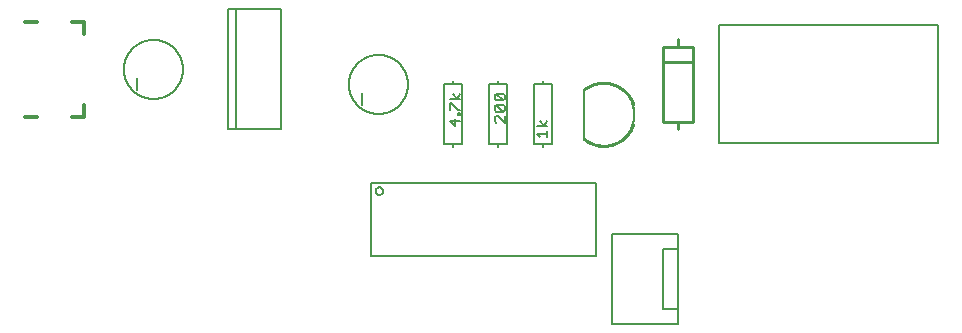
<source format=gto>
G75*
%MOIN*%
%OFA0B0*%
%FSLAX25Y25*%
%IPPOS*%
%LPD*%
%AMOC8*
5,1,8,0,0,1.08239X$1,22.5*
%
%ADD10C,0.00800*%
%ADD11C,0.00500*%
%ADD12C,0.00080*%
%ADD13C,0.00600*%
%ADD14C,0.01200*%
%ADD15C,0.01000*%
D10*
X0128945Y0043795D02*
X0128945Y0068205D01*
X0203748Y0068205D01*
X0203748Y0043795D01*
X0128945Y0043795D01*
X0130456Y0065449D02*
X0130458Y0065519D01*
X0130464Y0065590D01*
X0130474Y0065659D01*
X0130488Y0065728D01*
X0130506Y0065797D01*
X0130527Y0065864D01*
X0130552Y0065930D01*
X0130581Y0065994D01*
X0130614Y0066056D01*
X0130650Y0066117D01*
X0130690Y0066175D01*
X0130732Y0066231D01*
X0130778Y0066285D01*
X0130827Y0066336D01*
X0130878Y0066384D01*
X0130933Y0066429D01*
X0130989Y0066471D01*
X0131048Y0066509D01*
X0131109Y0066544D01*
X0131172Y0066576D01*
X0131237Y0066604D01*
X0131303Y0066629D01*
X0131370Y0066649D01*
X0131439Y0066666D01*
X0131508Y0066679D01*
X0131578Y0066688D01*
X0131648Y0066693D01*
X0131719Y0066694D01*
X0131789Y0066691D01*
X0131859Y0066684D01*
X0131929Y0066673D01*
X0131998Y0066658D01*
X0132066Y0066639D01*
X0132132Y0066617D01*
X0132198Y0066591D01*
X0132262Y0066561D01*
X0132324Y0066527D01*
X0132384Y0066490D01*
X0132441Y0066450D01*
X0132497Y0066406D01*
X0132550Y0066360D01*
X0132600Y0066310D01*
X0132647Y0066258D01*
X0132691Y0066203D01*
X0132732Y0066146D01*
X0132770Y0066087D01*
X0132805Y0066025D01*
X0132835Y0065962D01*
X0132863Y0065897D01*
X0132886Y0065830D01*
X0132906Y0065763D01*
X0132922Y0065694D01*
X0132934Y0065625D01*
X0132942Y0065555D01*
X0132946Y0065484D01*
X0132946Y0065414D01*
X0132942Y0065343D01*
X0132934Y0065273D01*
X0132922Y0065204D01*
X0132906Y0065135D01*
X0132886Y0065068D01*
X0132863Y0065001D01*
X0132835Y0064936D01*
X0132805Y0064873D01*
X0132770Y0064811D01*
X0132732Y0064752D01*
X0132691Y0064695D01*
X0132647Y0064640D01*
X0132600Y0064588D01*
X0132550Y0064538D01*
X0132497Y0064492D01*
X0132441Y0064448D01*
X0132384Y0064408D01*
X0132323Y0064371D01*
X0132262Y0064337D01*
X0132198Y0064307D01*
X0132132Y0064281D01*
X0132066Y0064259D01*
X0131998Y0064240D01*
X0131929Y0064225D01*
X0131859Y0064214D01*
X0131789Y0064207D01*
X0131719Y0064204D01*
X0131648Y0064205D01*
X0131578Y0064210D01*
X0131508Y0064219D01*
X0131439Y0064232D01*
X0131370Y0064249D01*
X0131303Y0064269D01*
X0131237Y0064294D01*
X0131172Y0064322D01*
X0131109Y0064354D01*
X0131048Y0064389D01*
X0130989Y0064427D01*
X0130933Y0064469D01*
X0130878Y0064514D01*
X0130827Y0064562D01*
X0130778Y0064613D01*
X0130732Y0064667D01*
X0130690Y0064723D01*
X0130650Y0064781D01*
X0130614Y0064842D01*
X0130581Y0064904D01*
X0130552Y0064968D01*
X0130527Y0065034D01*
X0130506Y0065101D01*
X0130488Y0065170D01*
X0130474Y0065239D01*
X0130464Y0065308D01*
X0130458Y0065379D01*
X0130456Y0065449D01*
X0156346Y0080000D02*
X0156346Y0081000D01*
X0153346Y0081000D01*
X0153346Y0101000D01*
X0156346Y0101000D01*
X0156346Y0102000D01*
X0156346Y0101000D02*
X0159346Y0101000D01*
X0159346Y0081000D01*
X0156346Y0081000D01*
X0168346Y0081000D02*
X0168346Y0101000D01*
X0171346Y0101000D01*
X0171346Y0102000D01*
X0171346Y0101000D02*
X0174346Y0101000D01*
X0174346Y0081000D01*
X0171346Y0081000D01*
X0171346Y0080000D01*
X0171346Y0081000D02*
X0168346Y0081000D01*
X0183346Y0081000D02*
X0186346Y0081000D01*
X0186346Y0080000D01*
X0186346Y0081000D02*
X0189346Y0081000D01*
X0189346Y0101000D01*
X0186346Y0101000D01*
X0186346Y0102000D01*
X0186346Y0101000D02*
X0183346Y0101000D01*
X0183346Y0081000D01*
X0199846Y0082754D02*
X0199846Y0099246D01*
X0216346Y0093500D02*
X0216403Y0093226D01*
X0216454Y0092951D01*
X0216498Y0092674D01*
X0216535Y0092397D01*
X0216566Y0092118D01*
X0216589Y0091839D01*
X0216606Y0091560D01*
X0216617Y0091280D01*
X0216620Y0091000D01*
X0216617Y0090720D01*
X0216606Y0090440D01*
X0216589Y0090161D01*
X0216566Y0089882D01*
X0216535Y0089603D01*
X0216498Y0089326D01*
X0216454Y0089049D01*
X0216403Y0088774D01*
X0216346Y0088500D01*
X0216281Y0088225D01*
X0216210Y0087952D01*
X0216132Y0087681D01*
X0216047Y0087411D01*
X0215956Y0087144D01*
X0215858Y0086879D01*
X0215754Y0086617D01*
X0215643Y0086357D01*
X0215527Y0086100D01*
X0215403Y0085846D01*
X0215274Y0085595D01*
X0215139Y0085348D01*
X0214997Y0085103D01*
X0214850Y0084863D01*
X0214696Y0084626D01*
X0214537Y0084392D01*
X0214373Y0084163D01*
X0214202Y0083938D01*
X0214027Y0083717D01*
X0213846Y0083500D01*
X0216346Y0088500D02*
X0216403Y0088775D01*
X0216454Y0089052D01*
X0216498Y0089330D01*
X0216536Y0089608D01*
X0216566Y0089888D01*
X0216590Y0090168D01*
X0216607Y0090449D01*
X0216617Y0090730D01*
X0216620Y0091011D01*
X0216616Y0091292D01*
X0216606Y0091573D01*
X0216588Y0091854D01*
X0216564Y0092134D01*
X0216533Y0092413D01*
X0216495Y0092692D01*
X0216450Y0092970D01*
X0216399Y0093246D01*
X0216341Y0093521D01*
X0216276Y0093795D01*
X0216204Y0094067D01*
X0216126Y0094337D01*
X0216042Y0094605D01*
X0215950Y0094871D01*
X0215853Y0095135D01*
X0215749Y0095396D01*
X0215638Y0095655D01*
X0215521Y0095911D01*
X0215398Y0096164D01*
X0215269Y0096413D01*
X0215134Y0096660D01*
X0214993Y0096903D01*
X0214846Y0097143D01*
X0214693Y0097379D01*
X0214535Y0097611D01*
X0214371Y0097840D01*
X0214201Y0098064D01*
X0214026Y0098284D01*
X0213846Y0098500D01*
X0245008Y0081315D02*
X0317843Y0081315D01*
X0317843Y0120685D01*
X0245008Y0120685D01*
X0245008Y0081315D01*
X0121503Y0101000D02*
X0121506Y0101242D01*
X0121515Y0101483D01*
X0121530Y0101724D01*
X0121550Y0101965D01*
X0121577Y0102205D01*
X0121610Y0102444D01*
X0121648Y0102683D01*
X0121692Y0102920D01*
X0121742Y0103157D01*
X0121798Y0103392D01*
X0121860Y0103625D01*
X0121927Y0103857D01*
X0122000Y0104088D01*
X0122078Y0104316D01*
X0122163Y0104542D01*
X0122252Y0104767D01*
X0122347Y0104989D01*
X0122448Y0105208D01*
X0122554Y0105426D01*
X0122665Y0105640D01*
X0122782Y0105852D01*
X0122903Y0106060D01*
X0123030Y0106266D01*
X0123162Y0106468D01*
X0123299Y0106668D01*
X0123440Y0106863D01*
X0123586Y0107056D01*
X0123737Y0107244D01*
X0123893Y0107429D01*
X0124053Y0107610D01*
X0124217Y0107787D01*
X0124386Y0107960D01*
X0124559Y0108129D01*
X0124736Y0108293D01*
X0124917Y0108453D01*
X0125102Y0108609D01*
X0125290Y0108760D01*
X0125483Y0108906D01*
X0125678Y0109047D01*
X0125878Y0109184D01*
X0126080Y0109316D01*
X0126286Y0109443D01*
X0126494Y0109564D01*
X0126706Y0109681D01*
X0126920Y0109792D01*
X0127138Y0109898D01*
X0127357Y0109999D01*
X0127579Y0110094D01*
X0127804Y0110183D01*
X0128030Y0110268D01*
X0128258Y0110346D01*
X0128489Y0110419D01*
X0128721Y0110486D01*
X0128954Y0110548D01*
X0129189Y0110604D01*
X0129426Y0110654D01*
X0129663Y0110698D01*
X0129902Y0110736D01*
X0130141Y0110769D01*
X0130381Y0110796D01*
X0130622Y0110816D01*
X0130863Y0110831D01*
X0131104Y0110840D01*
X0131346Y0110843D01*
X0131588Y0110840D01*
X0131829Y0110831D01*
X0132070Y0110816D01*
X0132311Y0110796D01*
X0132551Y0110769D01*
X0132790Y0110736D01*
X0133029Y0110698D01*
X0133266Y0110654D01*
X0133503Y0110604D01*
X0133738Y0110548D01*
X0133971Y0110486D01*
X0134203Y0110419D01*
X0134434Y0110346D01*
X0134662Y0110268D01*
X0134888Y0110183D01*
X0135113Y0110094D01*
X0135335Y0109999D01*
X0135554Y0109898D01*
X0135772Y0109792D01*
X0135986Y0109681D01*
X0136198Y0109564D01*
X0136406Y0109443D01*
X0136612Y0109316D01*
X0136814Y0109184D01*
X0137014Y0109047D01*
X0137209Y0108906D01*
X0137402Y0108760D01*
X0137590Y0108609D01*
X0137775Y0108453D01*
X0137956Y0108293D01*
X0138133Y0108129D01*
X0138306Y0107960D01*
X0138475Y0107787D01*
X0138639Y0107610D01*
X0138799Y0107429D01*
X0138955Y0107244D01*
X0139106Y0107056D01*
X0139252Y0106863D01*
X0139393Y0106668D01*
X0139530Y0106468D01*
X0139662Y0106266D01*
X0139789Y0106060D01*
X0139910Y0105852D01*
X0140027Y0105640D01*
X0140138Y0105426D01*
X0140244Y0105208D01*
X0140345Y0104989D01*
X0140440Y0104767D01*
X0140529Y0104542D01*
X0140614Y0104316D01*
X0140692Y0104088D01*
X0140765Y0103857D01*
X0140832Y0103625D01*
X0140894Y0103392D01*
X0140950Y0103157D01*
X0141000Y0102920D01*
X0141044Y0102683D01*
X0141082Y0102444D01*
X0141115Y0102205D01*
X0141142Y0101965D01*
X0141162Y0101724D01*
X0141177Y0101483D01*
X0141186Y0101242D01*
X0141189Y0101000D01*
X0141186Y0100758D01*
X0141177Y0100517D01*
X0141162Y0100276D01*
X0141142Y0100035D01*
X0141115Y0099795D01*
X0141082Y0099556D01*
X0141044Y0099317D01*
X0141000Y0099080D01*
X0140950Y0098843D01*
X0140894Y0098608D01*
X0140832Y0098375D01*
X0140765Y0098143D01*
X0140692Y0097912D01*
X0140614Y0097684D01*
X0140529Y0097458D01*
X0140440Y0097233D01*
X0140345Y0097011D01*
X0140244Y0096792D01*
X0140138Y0096574D01*
X0140027Y0096360D01*
X0139910Y0096148D01*
X0139789Y0095940D01*
X0139662Y0095734D01*
X0139530Y0095532D01*
X0139393Y0095332D01*
X0139252Y0095137D01*
X0139106Y0094944D01*
X0138955Y0094756D01*
X0138799Y0094571D01*
X0138639Y0094390D01*
X0138475Y0094213D01*
X0138306Y0094040D01*
X0138133Y0093871D01*
X0137956Y0093707D01*
X0137775Y0093547D01*
X0137590Y0093391D01*
X0137402Y0093240D01*
X0137209Y0093094D01*
X0137014Y0092953D01*
X0136814Y0092816D01*
X0136612Y0092684D01*
X0136406Y0092557D01*
X0136198Y0092436D01*
X0135986Y0092319D01*
X0135772Y0092208D01*
X0135554Y0092102D01*
X0135335Y0092001D01*
X0135113Y0091906D01*
X0134888Y0091817D01*
X0134662Y0091732D01*
X0134434Y0091654D01*
X0134203Y0091581D01*
X0133971Y0091514D01*
X0133738Y0091452D01*
X0133503Y0091396D01*
X0133266Y0091346D01*
X0133029Y0091302D01*
X0132790Y0091264D01*
X0132551Y0091231D01*
X0132311Y0091204D01*
X0132070Y0091184D01*
X0131829Y0091169D01*
X0131588Y0091160D01*
X0131346Y0091157D01*
X0131104Y0091160D01*
X0130863Y0091169D01*
X0130622Y0091184D01*
X0130381Y0091204D01*
X0130141Y0091231D01*
X0129902Y0091264D01*
X0129663Y0091302D01*
X0129426Y0091346D01*
X0129189Y0091396D01*
X0128954Y0091452D01*
X0128721Y0091514D01*
X0128489Y0091581D01*
X0128258Y0091654D01*
X0128030Y0091732D01*
X0127804Y0091817D01*
X0127579Y0091906D01*
X0127357Y0092001D01*
X0127138Y0092102D01*
X0126920Y0092208D01*
X0126706Y0092319D01*
X0126494Y0092436D01*
X0126286Y0092557D01*
X0126080Y0092684D01*
X0125878Y0092816D01*
X0125678Y0092953D01*
X0125483Y0093094D01*
X0125290Y0093240D01*
X0125102Y0093391D01*
X0124917Y0093547D01*
X0124736Y0093707D01*
X0124559Y0093871D01*
X0124386Y0094040D01*
X0124217Y0094213D01*
X0124053Y0094390D01*
X0123893Y0094571D01*
X0123737Y0094756D01*
X0123586Y0094944D01*
X0123440Y0095137D01*
X0123299Y0095332D01*
X0123162Y0095532D01*
X0123030Y0095734D01*
X0122903Y0095940D01*
X0122782Y0096148D01*
X0122665Y0096360D01*
X0122554Y0096574D01*
X0122448Y0096792D01*
X0122347Y0097011D01*
X0122252Y0097233D01*
X0122163Y0097458D01*
X0122078Y0097684D01*
X0122000Y0097912D01*
X0121927Y0098143D01*
X0121860Y0098375D01*
X0121798Y0098608D01*
X0121742Y0098843D01*
X0121692Y0099080D01*
X0121648Y0099317D01*
X0121610Y0099556D01*
X0121577Y0099795D01*
X0121550Y0100035D01*
X0121530Y0100276D01*
X0121515Y0100517D01*
X0121506Y0100758D01*
X0121503Y0101000D01*
X0125846Y0098000D02*
X0125846Y0094000D01*
X0098846Y0086000D02*
X0083846Y0086000D01*
X0083846Y0126000D01*
X0098846Y0126000D01*
X0098846Y0086000D01*
X0083846Y0086000D02*
X0081346Y0086000D01*
X0081346Y0126000D01*
X0083846Y0126000D01*
X0046503Y0106000D02*
X0046506Y0106242D01*
X0046515Y0106483D01*
X0046530Y0106724D01*
X0046550Y0106965D01*
X0046577Y0107205D01*
X0046610Y0107444D01*
X0046648Y0107683D01*
X0046692Y0107920D01*
X0046742Y0108157D01*
X0046798Y0108392D01*
X0046860Y0108625D01*
X0046927Y0108857D01*
X0047000Y0109088D01*
X0047078Y0109316D01*
X0047163Y0109542D01*
X0047252Y0109767D01*
X0047347Y0109989D01*
X0047448Y0110208D01*
X0047554Y0110426D01*
X0047665Y0110640D01*
X0047782Y0110852D01*
X0047903Y0111060D01*
X0048030Y0111266D01*
X0048162Y0111468D01*
X0048299Y0111668D01*
X0048440Y0111863D01*
X0048586Y0112056D01*
X0048737Y0112244D01*
X0048893Y0112429D01*
X0049053Y0112610D01*
X0049217Y0112787D01*
X0049386Y0112960D01*
X0049559Y0113129D01*
X0049736Y0113293D01*
X0049917Y0113453D01*
X0050102Y0113609D01*
X0050290Y0113760D01*
X0050483Y0113906D01*
X0050678Y0114047D01*
X0050878Y0114184D01*
X0051080Y0114316D01*
X0051286Y0114443D01*
X0051494Y0114564D01*
X0051706Y0114681D01*
X0051920Y0114792D01*
X0052138Y0114898D01*
X0052357Y0114999D01*
X0052579Y0115094D01*
X0052804Y0115183D01*
X0053030Y0115268D01*
X0053258Y0115346D01*
X0053489Y0115419D01*
X0053721Y0115486D01*
X0053954Y0115548D01*
X0054189Y0115604D01*
X0054426Y0115654D01*
X0054663Y0115698D01*
X0054902Y0115736D01*
X0055141Y0115769D01*
X0055381Y0115796D01*
X0055622Y0115816D01*
X0055863Y0115831D01*
X0056104Y0115840D01*
X0056346Y0115843D01*
X0056588Y0115840D01*
X0056829Y0115831D01*
X0057070Y0115816D01*
X0057311Y0115796D01*
X0057551Y0115769D01*
X0057790Y0115736D01*
X0058029Y0115698D01*
X0058266Y0115654D01*
X0058503Y0115604D01*
X0058738Y0115548D01*
X0058971Y0115486D01*
X0059203Y0115419D01*
X0059434Y0115346D01*
X0059662Y0115268D01*
X0059888Y0115183D01*
X0060113Y0115094D01*
X0060335Y0114999D01*
X0060554Y0114898D01*
X0060772Y0114792D01*
X0060986Y0114681D01*
X0061198Y0114564D01*
X0061406Y0114443D01*
X0061612Y0114316D01*
X0061814Y0114184D01*
X0062014Y0114047D01*
X0062209Y0113906D01*
X0062402Y0113760D01*
X0062590Y0113609D01*
X0062775Y0113453D01*
X0062956Y0113293D01*
X0063133Y0113129D01*
X0063306Y0112960D01*
X0063475Y0112787D01*
X0063639Y0112610D01*
X0063799Y0112429D01*
X0063955Y0112244D01*
X0064106Y0112056D01*
X0064252Y0111863D01*
X0064393Y0111668D01*
X0064530Y0111468D01*
X0064662Y0111266D01*
X0064789Y0111060D01*
X0064910Y0110852D01*
X0065027Y0110640D01*
X0065138Y0110426D01*
X0065244Y0110208D01*
X0065345Y0109989D01*
X0065440Y0109767D01*
X0065529Y0109542D01*
X0065614Y0109316D01*
X0065692Y0109088D01*
X0065765Y0108857D01*
X0065832Y0108625D01*
X0065894Y0108392D01*
X0065950Y0108157D01*
X0066000Y0107920D01*
X0066044Y0107683D01*
X0066082Y0107444D01*
X0066115Y0107205D01*
X0066142Y0106965D01*
X0066162Y0106724D01*
X0066177Y0106483D01*
X0066186Y0106242D01*
X0066189Y0106000D01*
X0066186Y0105758D01*
X0066177Y0105517D01*
X0066162Y0105276D01*
X0066142Y0105035D01*
X0066115Y0104795D01*
X0066082Y0104556D01*
X0066044Y0104317D01*
X0066000Y0104080D01*
X0065950Y0103843D01*
X0065894Y0103608D01*
X0065832Y0103375D01*
X0065765Y0103143D01*
X0065692Y0102912D01*
X0065614Y0102684D01*
X0065529Y0102458D01*
X0065440Y0102233D01*
X0065345Y0102011D01*
X0065244Y0101792D01*
X0065138Y0101574D01*
X0065027Y0101360D01*
X0064910Y0101148D01*
X0064789Y0100940D01*
X0064662Y0100734D01*
X0064530Y0100532D01*
X0064393Y0100332D01*
X0064252Y0100137D01*
X0064106Y0099944D01*
X0063955Y0099756D01*
X0063799Y0099571D01*
X0063639Y0099390D01*
X0063475Y0099213D01*
X0063306Y0099040D01*
X0063133Y0098871D01*
X0062956Y0098707D01*
X0062775Y0098547D01*
X0062590Y0098391D01*
X0062402Y0098240D01*
X0062209Y0098094D01*
X0062014Y0097953D01*
X0061814Y0097816D01*
X0061612Y0097684D01*
X0061406Y0097557D01*
X0061198Y0097436D01*
X0060986Y0097319D01*
X0060772Y0097208D01*
X0060554Y0097102D01*
X0060335Y0097001D01*
X0060113Y0096906D01*
X0059888Y0096817D01*
X0059662Y0096732D01*
X0059434Y0096654D01*
X0059203Y0096581D01*
X0058971Y0096514D01*
X0058738Y0096452D01*
X0058503Y0096396D01*
X0058266Y0096346D01*
X0058029Y0096302D01*
X0057790Y0096264D01*
X0057551Y0096231D01*
X0057311Y0096204D01*
X0057070Y0096184D01*
X0056829Y0096169D01*
X0056588Y0096160D01*
X0056346Y0096157D01*
X0056104Y0096160D01*
X0055863Y0096169D01*
X0055622Y0096184D01*
X0055381Y0096204D01*
X0055141Y0096231D01*
X0054902Y0096264D01*
X0054663Y0096302D01*
X0054426Y0096346D01*
X0054189Y0096396D01*
X0053954Y0096452D01*
X0053721Y0096514D01*
X0053489Y0096581D01*
X0053258Y0096654D01*
X0053030Y0096732D01*
X0052804Y0096817D01*
X0052579Y0096906D01*
X0052357Y0097001D01*
X0052138Y0097102D01*
X0051920Y0097208D01*
X0051706Y0097319D01*
X0051494Y0097436D01*
X0051286Y0097557D01*
X0051080Y0097684D01*
X0050878Y0097816D01*
X0050678Y0097953D01*
X0050483Y0098094D01*
X0050290Y0098240D01*
X0050102Y0098391D01*
X0049917Y0098547D01*
X0049736Y0098707D01*
X0049559Y0098871D01*
X0049386Y0099040D01*
X0049217Y0099213D01*
X0049053Y0099390D01*
X0048893Y0099571D01*
X0048737Y0099756D01*
X0048586Y0099944D01*
X0048440Y0100137D01*
X0048299Y0100332D01*
X0048162Y0100532D01*
X0048030Y0100734D01*
X0047903Y0100940D01*
X0047782Y0101148D01*
X0047665Y0101360D01*
X0047554Y0101574D01*
X0047448Y0101792D01*
X0047347Y0102011D01*
X0047252Y0102233D01*
X0047163Y0102458D01*
X0047078Y0102684D01*
X0047000Y0102912D01*
X0046927Y0103143D01*
X0046860Y0103375D01*
X0046798Y0103608D01*
X0046742Y0103843D01*
X0046692Y0104080D01*
X0046648Y0104317D01*
X0046610Y0104556D01*
X0046577Y0104795D01*
X0046550Y0105035D01*
X0046530Y0105276D01*
X0046515Y0105517D01*
X0046506Y0105758D01*
X0046503Y0106000D01*
X0050846Y0103000D02*
X0050846Y0099000D01*
D11*
X0209346Y0051000D02*
X0209346Y0021000D01*
X0231346Y0021000D01*
X0231346Y0026000D01*
X0226346Y0026000D01*
X0226346Y0046000D01*
X0231346Y0046000D01*
X0231346Y0026000D01*
X0231346Y0046000D02*
X0231346Y0051000D01*
X0209346Y0051000D01*
D12*
X0199655Y0082447D02*
X0200101Y0083012D01*
X0200100Y0083012D02*
X0200297Y0082862D01*
X0200498Y0082716D01*
X0200702Y0082576D01*
X0200910Y0082440D01*
X0201121Y0082310D01*
X0201335Y0082185D01*
X0201552Y0082065D01*
X0201772Y0081950D01*
X0201994Y0081841D01*
X0202219Y0081738D01*
X0202447Y0081640D01*
X0202677Y0081547D01*
X0202909Y0081460D01*
X0203143Y0081379D01*
X0203379Y0081304D01*
X0203617Y0081234D01*
X0203857Y0081170D01*
X0204098Y0081112D01*
X0204340Y0081060D01*
X0204584Y0081014D01*
X0204828Y0080974D01*
X0205074Y0080940D01*
X0205320Y0080912D01*
X0205567Y0080890D01*
X0205814Y0080874D01*
X0206062Y0080864D01*
X0206310Y0080860D01*
X0206558Y0080862D01*
X0206805Y0080870D01*
X0207053Y0080885D01*
X0207300Y0080905D01*
X0207546Y0080931D01*
X0207792Y0080964D01*
X0208037Y0081002D01*
X0208281Y0081046D01*
X0208524Y0081097D01*
X0208765Y0081153D01*
X0209005Y0081215D01*
X0209243Y0081283D01*
X0209480Y0081356D01*
X0209715Y0081436D01*
X0209948Y0081521D01*
X0210178Y0081612D01*
X0210406Y0081708D01*
X0210632Y0081811D01*
X0210856Y0081918D01*
X0211076Y0082031D01*
X0211294Y0082149D01*
X0211509Y0082273D01*
X0211721Y0082402D01*
X0211929Y0082536D01*
X0212135Y0082675D01*
X0212336Y0082819D01*
X0212534Y0082967D01*
X0212729Y0083121D01*
X0212920Y0083279D01*
X0213106Y0083442D01*
X0213289Y0083610D01*
X0213468Y0083782D01*
X0213642Y0083958D01*
X0213812Y0084139D01*
X0213977Y0084323D01*
X0214138Y0084512D01*
X0214295Y0084704D01*
X0214446Y0084900D01*
X0214593Y0085100D01*
X0214735Y0085303D01*
X0214871Y0085510D01*
X0215003Y0085720D01*
X0215129Y0085933D01*
X0215251Y0086149D01*
X0215366Y0086369D01*
X0215477Y0086590D01*
X0215582Y0086815D01*
X0215682Y0087042D01*
X0215776Y0087271D01*
X0215864Y0087503D01*
X0215947Y0087737D01*
X0216023Y0087972D01*
X0216711Y0087760D01*
X0216629Y0087507D01*
X0216541Y0087257D01*
X0216446Y0087009D01*
X0216345Y0086763D01*
X0216239Y0086520D01*
X0216126Y0086279D01*
X0216008Y0086042D01*
X0215884Y0085807D01*
X0215754Y0085575D01*
X0215619Y0085347D01*
X0215478Y0085122D01*
X0215331Y0084900D01*
X0215179Y0084683D01*
X0215022Y0084469D01*
X0214860Y0084258D01*
X0214693Y0084052D01*
X0214520Y0083850D01*
X0214343Y0083652D01*
X0214161Y0083459D01*
X0213974Y0083270D01*
X0213783Y0083086D01*
X0213587Y0082907D01*
X0213387Y0082732D01*
X0213183Y0082562D01*
X0212975Y0082398D01*
X0212762Y0082238D01*
X0212546Y0082084D01*
X0212326Y0081935D01*
X0212103Y0081792D01*
X0211876Y0081654D01*
X0211646Y0081521D01*
X0211413Y0081394D01*
X0211176Y0081273D01*
X0210937Y0081158D01*
X0210695Y0081049D01*
X0210450Y0080945D01*
X0210203Y0080848D01*
X0209954Y0080757D01*
X0209703Y0080672D01*
X0209449Y0080593D01*
X0209194Y0080520D01*
X0208937Y0080454D01*
X0208678Y0080393D01*
X0208418Y0080339D01*
X0208157Y0080292D01*
X0207894Y0080251D01*
X0207631Y0080216D01*
X0207367Y0080188D01*
X0207102Y0080166D01*
X0206837Y0080151D01*
X0206572Y0080142D01*
X0206306Y0080140D01*
X0206041Y0080144D01*
X0205775Y0080155D01*
X0205511Y0080172D01*
X0205246Y0080196D01*
X0204982Y0080226D01*
X0204719Y0080263D01*
X0204457Y0080306D01*
X0204196Y0080355D01*
X0203937Y0080411D01*
X0203678Y0080473D01*
X0203422Y0080541D01*
X0203167Y0080616D01*
X0202914Y0080697D01*
X0202663Y0080784D01*
X0202415Y0080877D01*
X0202168Y0080976D01*
X0201924Y0081081D01*
X0201683Y0081192D01*
X0201445Y0081309D01*
X0201209Y0081432D01*
X0200977Y0081560D01*
X0200748Y0081694D01*
X0200522Y0081834D01*
X0200299Y0081979D01*
X0200081Y0082130D01*
X0199866Y0082285D01*
X0199655Y0082446D01*
X0199701Y0082505D01*
X0199911Y0082345D01*
X0200124Y0082191D01*
X0200341Y0082041D01*
X0200562Y0081897D01*
X0200787Y0081758D01*
X0201014Y0081625D01*
X0201245Y0081498D01*
X0201479Y0081376D01*
X0201716Y0081260D01*
X0201955Y0081149D01*
X0202197Y0081045D01*
X0202442Y0080946D01*
X0202689Y0080854D01*
X0202938Y0080768D01*
X0203189Y0080687D01*
X0203442Y0080613D01*
X0203697Y0080545D01*
X0203953Y0080484D01*
X0204211Y0080428D01*
X0204470Y0080379D01*
X0204731Y0080337D01*
X0204992Y0080300D01*
X0205254Y0080270D01*
X0205516Y0080247D01*
X0205780Y0080230D01*
X0206043Y0080219D01*
X0206307Y0080215D01*
X0206570Y0080217D01*
X0206834Y0080226D01*
X0207097Y0080241D01*
X0207360Y0080263D01*
X0207622Y0080291D01*
X0207884Y0080325D01*
X0208144Y0080366D01*
X0208404Y0080413D01*
X0208662Y0080467D01*
X0208919Y0080526D01*
X0209174Y0080592D01*
X0209428Y0080665D01*
X0209679Y0080743D01*
X0209929Y0080828D01*
X0210177Y0080918D01*
X0210422Y0081015D01*
X0210665Y0081118D01*
X0210905Y0081226D01*
X0211143Y0081341D01*
X0211378Y0081461D01*
X0211609Y0081587D01*
X0211838Y0081718D01*
X0212063Y0081855D01*
X0212285Y0081998D01*
X0212503Y0082145D01*
X0212718Y0082299D01*
X0212929Y0082457D01*
X0213136Y0082621D01*
X0213339Y0082789D01*
X0213537Y0082962D01*
X0213732Y0083141D01*
X0213922Y0083324D01*
X0214107Y0083511D01*
X0214288Y0083703D01*
X0214464Y0083899D01*
X0214635Y0084100D01*
X0214801Y0084305D01*
X0214962Y0084513D01*
X0215118Y0084726D01*
X0215269Y0084942D01*
X0215415Y0085162D01*
X0215555Y0085386D01*
X0215689Y0085613D01*
X0215818Y0085843D01*
X0215941Y0086076D01*
X0216059Y0086312D01*
X0216170Y0086551D01*
X0216276Y0086792D01*
X0216376Y0087036D01*
X0216470Y0087283D01*
X0216558Y0087531D01*
X0216640Y0087782D01*
X0216568Y0087804D01*
X0216487Y0087555D01*
X0216400Y0087308D01*
X0216306Y0087064D01*
X0216207Y0086821D01*
X0216102Y0086581D01*
X0215991Y0086344D01*
X0215874Y0086110D01*
X0215752Y0085878D01*
X0215624Y0085650D01*
X0215490Y0085425D01*
X0215351Y0085203D01*
X0215207Y0084984D01*
X0215057Y0084770D01*
X0214902Y0084558D01*
X0214742Y0084351D01*
X0214577Y0084148D01*
X0214407Y0083949D01*
X0214232Y0083754D01*
X0214053Y0083563D01*
X0213869Y0083377D01*
X0213680Y0083195D01*
X0213487Y0083018D01*
X0213290Y0082846D01*
X0213088Y0082679D01*
X0212883Y0082516D01*
X0212674Y0082359D01*
X0212461Y0082207D01*
X0212244Y0082060D01*
X0212023Y0081919D01*
X0211800Y0081783D01*
X0211573Y0081652D01*
X0211343Y0081527D01*
X0211110Y0081408D01*
X0210874Y0081294D01*
X0210635Y0081186D01*
X0210394Y0081084D01*
X0210150Y0080988D01*
X0209904Y0080898D01*
X0209656Y0080814D01*
X0209406Y0080736D01*
X0209154Y0080665D01*
X0208901Y0080599D01*
X0208646Y0080540D01*
X0208389Y0080487D01*
X0208132Y0080440D01*
X0207873Y0080399D01*
X0207613Y0080365D01*
X0207353Y0080337D01*
X0207092Y0080316D01*
X0206831Y0080301D01*
X0206569Y0080292D01*
X0206307Y0080290D01*
X0206045Y0080294D01*
X0205784Y0080305D01*
X0205522Y0080322D01*
X0205261Y0080345D01*
X0205001Y0080375D01*
X0204742Y0080411D01*
X0204484Y0080453D01*
X0204226Y0080502D01*
X0203970Y0080557D01*
X0203716Y0080618D01*
X0203463Y0080685D01*
X0203211Y0080759D01*
X0202962Y0080839D01*
X0202714Y0080925D01*
X0202469Y0081016D01*
X0202226Y0081114D01*
X0201986Y0081218D01*
X0201748Y0081327D01*
X0201513Y0081443D01*
X0201281Y0081564D01*
X0201051Y0081690D01*
X0200825Y0081822D01*
X0200603Y0081960D01*
X0200383Y0082103D01*
X0200168Y0082252D01*
X0199956Y0082405D01*
X0199747Y0082564D01*
X0199794Y0082623D01*
X0200001Y0082465D01*
X0200211Y0082313D01*
X0200425Y0082165D01*
X0200643Y0082023D01*
X0200864Y0081887D01*
X0201089Y0081755D01*
X0201316Y0081630D01*
X0201547Y0081509D01*
X0201780Y0081395D01*
X0202017Y0081286D01*
X0202255Y0081183D01*
X0202496Y0081086D01*
X0202740Y0080995D01*
X0202986Y0080910D01*
X0203233Y0080831D01*
X0203483Y0080758D01*
X0203734Y0080691D01*
X0203987Y0080630D01*
X0204241Y0080575D01*
X0204497Y0080527D01*
X0204753Y0080485D01*
X0205011Y0080449D01*
X0205269Y0080420D01*
X0205528Y0080396D01*
X0205788Y0080380D01*
X0206047Y0080369D01*
X0206307Y0080365D01*
X0206567Y0080367D01*
X0206827Y0080376D01*
X0207087Y0080391D01*
X0207346Y0080412D01*
X0207605Y0080440D01*
X0207862Y0080474D01*
X0208119Y0080514D01*
X0208375Y0080560D01*
X0208630Y0080613D01*
X0208883Y0080672D01*
X0209135Y0080737D01*
X0209385Y0080808D01*
X0209633Y0080886D01*
X0209879Y0080969D01*
X0210123Y0081058D01*
X0210365Y0081154D01*
X0210605Y0081255D01*
X0210842Y0081362D01*
X0211076Y0081475D01*
X0211308Y0081593D01*
X0211536Y0081717D01*
X0211761Y0081847D01*
X0211984Y0081982D01*
X0212202Y0082123D01*
X0212418Y0082269D01*
X0212629Y0082420D01*
X0212837Y0082576D01*
X0213041Y0082737D01*
X0213241Y0082903D01*
X0213437Y0083074D01*
X0213629Y0083250D01*
X0213816Y0083430D01*
X0213999Y0083615D01*
X0214177Y0083804D01*
X0214351Y0083998D01*
X0214519Y0084196D01*
X0214683Y0084398D01*
X0214842Y0084603D01*
X0214996Y0084813D01*
X0215145Y0085026D01*
X0215288Y0085243D01*
X0215426Y0085464D01*
X0215559Y0085687D01*
X0215686Y0085914D01*
X0215808Y0086144D01*
X0215923Y0086377D01*
X0216034Y0086612D01*
X0216138Y0086850D01*
X0216237Y0087091D01*
X0216329Y0087334D01*
X0216416Y0087579D01*
X0216496Y0087826D01*
X0216425Y0087848D01*
X0216345Y0087603D01*
X0216259Y0087360D01*
X0216167Y0087118D01*
X0216069Y0086879D01*
X0215965Y0086643D01*
X0215856Y0086409D01*
X0215741Y0086178D01*
X0215620Y0085950D01*
X0215494Y0085724D01*
X0215362Y0085502D01*
X0215225Y0085284D01*
X0215083Y0085068D01*
X0214935Y0084857D01*
X0214782Y0084648D01*
X0214624Y0084444D01*
X0214462Y0084244D01*
X0214294Y0084047D01*
X0214122Y0083855D01*
X0213945Y0083667D01*
X0213763Y0083483D01*
X0213577Y0083304D01*
X0213387Y0083130D01*
X0213192Y0082960D01*
X0212994Y0082795D01*
X0212791Y0082635D01*
X0212585Y0082480D01*
X0212375Y0082330D01*
X0212161Y0082185D01*
X0211944Y0082046D01*
X0211723Y0081912D01*
X0211499Y0081783D01*
X0211273Y0081660D01*
X0211043Y0081542D01*
X0210810Y0081430D01*
X0210575Y0081324D01*
X0210337Y0081223D01*
X0210097Y0081129D01*
X0209854Y0081040D01*
X0209610Y0080957D01*
X0209363Y0080880D01*
X0209115Y0080810D01*
X0208865Y0080745D01*
X0208614Y0080686D01*
X0208361Y0080634D01*
X0208107Y0080588D01*
X0207852Y0080548D01*
X0207596Y0080514D01*
X0207339Y0080487D01*
X0207082Y0080466D01*
X0206824Y0080451D01*
X0206566Y0080442D01*
X0206308Y0080440D01*
X0206050Y0080444D01*
X0205792Y0080455D01*
X0205534Y0080471D01*
X0205277Y0080494D01*
X0205020Y0080524D01*
X0204765Y0080559D01*
X0204510Y0080601D01*
X0204256Y0080649D01*
X0204004Y0080703D01*
X0203753Y0080763D01*
X0203503Y0080830D01*
X0203255Y0080902D01*
X0203010Y0080981D01*
X0202766Y0081065D01*
X0202524Y0081156D01*
X0202284Y0081252D01*
X0202047Y0081355D01*
X0201813Y0081463D01*
X0201581Y0081576D01*
X0201352Y0081696D01*
X0201126Y0081820D01*
X0200903Y0081951D01*
X0200684Y0082087D01*
X0200467Y0082228D01*
X0200255Y0082374D01*
X0200046Y0082525D01*
X0199840Y0082682D01*
X0199887Y0082741D01*
X0200091Y0082585D01*
X0200298Y0082435D01*
X0200509Y0082290D01*
X0200724Y0082150D01*
X0200942Y0082015D01*
X0201163Y0081885D01*
X0201388Y0081762D01*
X0201615Y0081643D01*
X0201845Y0081530D01*
X0202078Y0081423D01*
X0202313Y0081322D01*
X0202551Y0081226D01*
X0202791Y0081136D01*
X0203033Y0081052D01*
X0203278Y0080974D01*
X0203524Y0080902D01*
X0203771Y0080836D01*
X0204021Y0080776D01*
X0204271Y0080722D01*
X0204523Y0080675D01*
X0204776Y0080633D01*
X0205030Y0080598D01*
X0205285Y0080569D01*
X0205540Y0080546D01*
X0205796Y0080529D01*
X0206052Y0080519D01*
X0206308Y0080515D01*
X0206564Y0080517D01*
X0206821Y0080526D01*
X0207077Y0080540D01*
X0207332Y0080561D01*
X0207587Y0080589D01*
X0207841Y0080622D01*
X0208094Y0080662D01*
X0208347Y0080708D01*
X0208598Y0080760D01*
X0208847Y0080818D01*
X0209095Y0080882D01*
X0209342Y0080952D01*
X0209587Y0081028D01*
X0209829Y0081111D01*
X0210070Y0081199D01*
X0210309Y0081293D01*
X0210545Y0081392D01*
X0210778Y0081498D01*
X0211009Y0081609D01*
X0211237Y0081726D01*
X0211463Y0081848D01*
X0211685Y0081976D01*
X0211904Y0082109D01*
X0212120Y0082248D01*
X0212332Y0082392D01*
X0212541Y0082540D01*
X0212745Y0082694D01*
X0212947Y0082853D01*
X0213144Y0083017D01*
X0213337Y0083186D01*
X0213526Y0083359D01*
X0213710Y0083537D01*
X0213891Y0083719D01*
X0214066Y0083906D01*
X0214238Y0084096D01*
X0214404Y0084291D01*
X0214566Y0084490D01*
X0214722Y0084693D01*
X0214874Y0084900D01*
X0215020Y0085110D01*
X0215162Y0085324D01*
X0215298Y0085541D01*
X0215429Y0085762D01*
X0215554Y0085985D01*
X0215674Y0086212D01*
X0215788Y0086441D01*
X0215897Y0086674D01*
X0216000Y0086908D01*
X0216097Y0087146D01*
X0216188Y0087385D01*
X0216274Y0087627D01*
X0216353Y0087871D01*
X0216281Y0087893D01*
X0216202Y0087651D01*
X0216118Y0087411D01*
X0216027Y0087173D01*
X0215931Y0086937D01*
X0215828Y0086704D01*
X0215721Y0086474D01*
X0215607Y0086246D01*
X0215488Y0086021D01*
X0215364Y0085799D01*
X0215234Y0085580D01*
X0215099Y0085365D01*
X0214958Y0085152D01*
X0214813Y0084943D01*
X0214662Y0084738D01*
X0214507Y0084537D01*
X0214346Y0084339D01*
X0214181Y0084146D01*
X0214011Y0083956D01*
X0213837Y0083771D01*
X0213658Y0083590D01*
X0213474Y0083414D01*
X0213287Y0083242D01*
X0213095Y0083074D01*
X0212899Y0082912D01*
X0212700Y0082754D01*
X0212496Y0082601D01*
X0212289Y0082453D01*
X0212078Y0082310D01*
X0211864Y0082173D01*
X0211647Y0082041D01*
X0211426Y0081914D01*
X0211202Y0081792D01*
X0210976Y0081676D01*
X0210747Y0081566D01*
X0210515Y0081461D01*
X0210280Y0081362D01*
X0210043Y0081269D01*
X0209804Y0081181D01*
X0209563Y0081100D01*
X0209320Y0081024D01*
X0209076Y0080954D01*
X0208829Y0080891D01*
X0208581Y0080833D01*
X0208332Y0080781D01*
X0208082Y0080736D01*
X0207830Y0080696D01*
X0207578Y0080663D01*
X0207325Y0080636D01*
X0207071Y0080615D01*
X0206817Y0080601D01*
X0206563Y0080592D01*
X0206308Y0080590D01*
X0206054Y0080594D01*
X0205800Y0080604D01*
X0205546Y0080621D01*
X0205292Y0080643D01*
X0205039Y0080672D01*
X0204787Y0080707D01*
X0204536Y0080749D01*
X0204286Y0080796D01*
X0204037Y0080849D01*
X0203790Y0080909D01*
X0203544Y0080974D01*
X0203300Y0081046D01*
X0203057Y0081123D01*
X0202817Y0081206D01*
X0202578Y0081296D01*
X0202342Y0081391D01*
X0202109Y0081491D01*
X0201878Y0081598D01*
X0201649Y0081710D01*
X0201423Y0081827D01*
X0201201Y0081951D01*
X0200981Y0082079D01*
X0200764Y0082213D01*
X0200551Y0082352D01*
X0200342Y0082496D01*
X0200136Y0082645D01*
X0199933Y0082800D01*
X0199980Y0082859D01*
X0200180Y0082706D01*
X0200385Y0082557D01*
X0200593Y0082414D01*
X0200805Y0082276D01*
X0201020Y0082143D01*
X0201238Y0082016D01*
X0201459Y0081893D01*
X0201683Y0081777D01*
X0201910Y0081665D01*
X0202139Y0081560D01*
X0202371Y0081460D01*
X0202606Y0081366D01*
X0202842Y0081277D01*
X0203081Y0081194D01*
X0203322Y0081117D01*
X0203564Y0081046D01*
X0203808Y0080981D01*
X0204054Y0080922D01*
X0204301Y0080869D01*
X0204549Y0080822D01*
X0204799Y0080781D01*
X0205049Y0080747D01*
X0205300Y0080718D01*
X0205552Y0080696D01*
X0205804Y0080679D01*
X0206056Y0080669D01*
X0206309Y0080665D01*
X0206561Y0080667D01*
X0206814Y0080676D01*
X0207066Y0080690D01*
X0207318Y0080711D01*
X0207569Y0080738D01*
X0207820Y0080771D01*
X0208069Y0080810D01*
X0208318Y0080855D01*
X0208565Y0080906D01*
X0208811Y0080963D01*
X0209056Y0081027D01*
X0209299Y0081096D01*
X0209540Y0081171D01*
X0209780Y0081252D01*
X0210017Y0081339D01*
X0210252Y0081431D01*
X0210485Y0081530D01*
X0210715Y0081634D01*
X0210943Y0081743D01*
X0211167Y0081859D01*
X0211389Y0081979D01*
X0211608Y0082105D01*
X0211824Y0082236D01*
X0212037Y0082373D01*
X0212246Y0082515D01*
X0212452Y0082661D01*
X0212654Y0082813D01*
X0212852Y0082970D01*
X0213046Y0083131D01*
X0213237Y0083297D01*
X0213423Y0083468D01*
X0213605Y0083643D01*
X0213783Y0083823D01*
X0213956Y0084007D01*
X0214124Y0084195D01*
X0214288Y0084387D01*
X0214448Y0084583D01*
X0214602Y0084783D01*
X0214752Y0084987D01*
X0214896Y0085194D01*
X0215036Y0085405D01*
X0215170Y0085619D01*
X0215299Y0085836D01*
X0215422Y0086057D01*
X0215540Y0086280D01*
X0215653Y0086506D01*
X0215760Y0086735D01*
X0215861Y0086966D01*
X0215957Y0087200D01*
X0216047Y0087436D01*
X0216131Y0087675D01*
X0216210Y0087915D01*
X0216138Y0087937D01*
X0216060Y0087698D01*
X0215977Y0087462D01*
X0215887Y0087228D01*
X0215792Y0086995D01*
X0215692Y0086766D01*
X0215585Y0086539D01*
X0215473Y0086314D01*
X0215356Y0086092D01*
X0215234Y0085874D01*
X0215106Y0085658D01*
X0214972Y0085445D01*
X0214834Y0085236D01*
X0214691Y0085030D01*
X0214542Y0084828D01*
X0214389Y0084630D01*
X0214231Y0084435D01*
X0214068Y0084244D01*
X0213900Y0084058D01*
X0213728Y0083875D01*
X0213552Y0083697D01*
X0213371Y0083523D01*
X0213187Y0083353D01*
X0212998Y0083188D01*
X0212805Y0083028D01*
X0212608Y0082872D01*
X0212407Y0082722D01*
X0212203Y0082576D01*
X0211996Y0082436D01*
X0211784Y0082300D01*
X0211570Y0082170D01*
X0211353Y0082045D01*
X0211132Y0081925D01*
X0210909Y0081811D01*
X0210683Y0081702D01*
X0210455Y0081599D01*
X0210224Y0081501D01*
X0209990Y0081409D01*
X0209755Y0081323D01*
X0209517Y0081242D01*
X0209278Y0081168D01*
X0209036Y0081099D01*
X0208794Y0081036D01*
X0208549Y0080979D01*
X0208304Y0080929D01*
X0208057Y0080884D01*
X0207809Y0080845D01*
X0207560Y0080812D01*
X0207311Y0080785D01*
X0207061Y0080765D01*
X0206811Y0080751D01*
X0206560Y0080742D01*
X0206309Y0080740D01*
X0206058Y0080744D01*
X0205808Y0080754D01*
X0205558Y0080770D01*
X0205308Y0080793D01*
X0205059Y0080821D01*
X0204810Y0080856D01*
X0204563Y0080896D01*
X0204316Y0080943D01*
X0204071Y0080995D01*
X0203827Y0081054D01*
X0203585Y0081119D01*
X0203344Y0081189D01*
X0203105Y0081265D01*
X0202868Y0081347D01*
X0202633Y0081435D01*
X0202400Y0081529D01*
X0202170Y0081628D01*
X0201942Y0081733D01*
X0201717Y0081844D01*
X0201495Y0081959D01*
X0201275Y0082081D01*
X0201059Y0082207D01*
X0200845Y0082339D01*
X0200635Y0082476D01*
X0200429Y0082618D01*
X0200225Y0082766D01*
X0200026Y0082918D01*
X0200072Y0082977D01*
X0200270Y0082826D01*
X0200472Y0082679D01*
X0200677Y0082538D01*
X0200886Y0082402D01*
X0201097Y0082271D01*
X0201312Y0082146D01*
X0201530Y0082025D01*
X0201751Y0081910D01*
X0201975Y0081801D01*
X0202201Y0081697D01*
X0202429Y0081598D01*
X0202660Y0081505D01*
X0202894Y0081418D01*
X0203129Y0081336D01*
X0203366Y0081261D01*
X0203605Y0081191D01*
X0203846Y0081127D01*
X0204088Y0081069D01*
X0204331Y0081016D01*
X0204576Y0080970D01*
X0204821Y0080930D01*
X0205068Y0080895D01*
X0205315Y0080867D01*
X0205563Y0080845D01*
X0205812Y0080829D01*
X0206061Y0080819D01*
X0206310Y0080815D01*
X0206559Y0080817D01*
X0206807Y0080825D01*
X0207056Y0080840D01*
X0207304Y0080860D01*
X0207552Y0080887D01*
X0207798Y0080919D01*
X0208044Y0080958D01*
X0208289Y0081002D01*
X0208533Y0081053D01*
X0208776Y0081109D01*
X0209017Y0081171D01*
X0209256Y0081240D01*
X0209494Y0081314D01*
X0209730Y0081394D01*
X0209964Y0081479D01*
X0210195Y0081570D01*
X0210424Y0081667D01*
X0210651Y0081770D01*
X0210876Y0081878D01*
X0211097Y0081991D01*
X0211316Y0082110D01*
X0211532Y0082234D01*
X0211745Y0082364D01*
X0211954Y0082498D01*
X0212160Y0082638D01*
X0212363Y0082782D01*
X0212562Y0082932D01*
X0212757Y0083086D01*
X0212949Y0083245D01*
X0213136Y0083409D01*
X0213320Y0083577D01*
X0213499Y0083750D01*
X0213674Y0083927D01*
X0213845Y0084108D01*
X0214011Y0084294D01*
X0214173Y0084483D01*
X0214330Y0084676D01*
X0214482Y0084873D01*
X0214629Y0085074D01*
X0214772Y0085278D01*
X0214909Y0085486D01*
X0215041Y0085697D01*
X0215168Y0085911D01*
X0215290Y0086128D01*
X0215407Y0086348D01*
X0215518Y0086571D01*
X0215623Y0086796D01*
X0215723Y0087025D01*
X0215817Y0087255D01*
X0215906Y0087488D01*
X0215989Y0087722D01*
X0216066Y0087959D01*
X0216711Y0094239D02*
X0216023Y0094027D01*
X0216023Y0094028D02*
X0215947Y0094263D01*
X0215864Y0094497D01*
X0215776Y0094729D01*
X0215682Y0094958D01*
X0215582Y0095185D01*
X0215477Y0095409D01*
X0215367Y0095631D01*
X0215251Y0095850D01*
X0215129Y0096067D01*
X0215003Y0096280D01*
X0214871Y0096490D01*
X0214735Y0096697D01*
X0214593Y0096900D01*
X0214446Y0097100D01*
X0214295Y0097296D01*
X0214138Y0097488D01*
X0213977Y0097677D01*
X0213812Y0097861D01*
X0213642Y0098042D01*
X0213468Y0098218D01*
X0213289Y0098390D01*
X0213107Y0098557D01*
X0212920Y0098720D01*
X0212729Y0098879D01*
X0212535Y0099032D01*
X0212336Y0099181D01*
X0212135Y0099325D01*
X0211929Y0099464D01*
X0211721Y0099598D01*
X0211509Y0099727D01*
X0211294Y0099851D01*
X0211076Y0099969D01*
X0210856Y0100082D01*
X0210632Y0100189D01*
X0210407Y0100291D01*
X0210178Y0100388D01*
X0209948Y0100479D01*
X0209715Y0100564D01*
X0209480Y0100643D01*
X0209243Y0100717D01*
X0209005Y0100785D01*
X0208765Y0100847D01*
X0208524Y0100903D01*
X0208281Y0100954D01*
X0208037Y0100998D01*
X0207792Y0101036D01*
X0207546Y0101069D01*
X0207300Y0101095D01*
X0207053Y0101115D01*
X0206806Y0101130D01*
X0206558Y0101138D01*
X0206310Y0101140D01*
X0206062Y0101136D01*
X0205814Y0101126D01*
X0205567Y0101110D01*
X0205320Y0101088D01*
X0205074Y0101060D01*
X0204828Y0101026D01*
X0204584Y0100986D01*
X0204340Y0100940D01*
X0204098Y0100888D01*
X0203857Y0100830D01*
X0203617Y0100766D01*
X0203380Y0100696D01*
X0203143Y0100621D01*
X0202909Y0100540D01*
X0202677Y0100453D01*
X0202447Y0100360D01*
X0202219Y0100262D01*
X0201994Y0100159D01*
X0201772Y0100050D01*
X0201552Y0099935D01*
X0201335Y0099815D01*
X0201121Y0099690D01*
X0200910Y0099560D01*
X0200703Y0099424D01*
X0200498Y0099284D01*
X0200298Y0099139D01*
X0200100Y0098988D01*
X0199655Y0099553D01*
X0199655Y0099554D01*
X0199866Y0099715D01*
X0200081Y0099871D01*
X0200300Y0100021D01*
X0200522Y0100166D01*
X0200748Y0100306D01*
X0200977Y0100440D01*
X0201209Y0100568D01*
X0201445Y0100691D01*
X0201683Y0100808D01*
X0201925Y0100919D01*
X0202168Y0101024D01*
X0202415Y0101123D01*
X0202663Y0101217D01*
X0202914Y0101304D01*
X0203167Y0101384D01*
X0203422Y0101459D01*
X0203679Y0101527D01*
X0203937Y0101589D01*
X0204196Y0101645D01*
X0204457Y0101695D01*
X0204719Y0101737D01*
X0204982Y0101774D01*
X0205246Y0101804D01*
X0205511Y0101828D01*
X0205776Y0101845D01*
X0206041Y0101856D01*
X0206306Y0101860D01*
X0206572Y0101858D01*
X0206837Y0101849D01*
X0207103Y0101834D01*
X0207367Y0101812D01*
X0207631Y0101784D01*
X0207894Y0101749D01*
X0208157Y0101708D01*
X0208418Y0101660D01*
X0208678Y0101607D01*
X0208937Y0101546D01*
X0209194Y0101480D01*
X0209449Y0101407D01*
X0209703Y0101328D01*
X0209954Y0101243D01*
X0210204Y0101152D01*
X0210451Y0101054D01*
X0210695Y0100951D01*
X0210937Y0100842D01*
X0211176Y0100727D01*
X0211413Y0100606D01*
X0211646Y0100479D01*
X0211876Y0100346D01*
X0212103Y0100208D01*
X0212327Y0100065D01*
X0212546Y0099916D01*
X0212763Y0099762D01*
X0212975Y0099602D01*
X0213183Y0099438D01*
X0213387Y0099268D01*
X0213587Y0099093D01*
X0213783Y0098914D01*
X0213974Y0098730D01*
X0214161Y0098541D01*
X0214343Y0098347D01*
X0214520Y0098150D01*
X0214693Y0097948D01*
X0214860Y0097742D01*
X0215022Y0097531D01*
X0215180Y0097317D01*
X0215331Y0097099D01*
X0215478Y0096878D01*
X0215619Y0096653D01*
X0215754Y0096425D01*
X0215884Y0096193D01*
X0216008Y0095958D01*
X0216126Y0095720D01*
X0216239Y0095480D01*
X0216346Y0095237D01*
X0216446Y0094991D01*
X0216541Y0094743D01*
X0216629Y0094492D01*
X0216711Y0094240D01*
X0216640Y0094218D01*
X0216558Y0094469D01*
X0216470Y0094717D01*
X0216376Y0094964D01*
X0216276Y0095208D01*
X0216171Y0095449D01*
X0216059Y0095688D01*
X0215941Y0095924D01*
X0215818Y0096157D01*
X0215689Y0096387D01*
X0215555Y0096614D01*
X0215415Y0096838D01*
X0215269Y0097057D01*
X0215118Y0097274D01*
X0214962Y0097486D01*
X0214801Y0097695D01*
X0214635Y0097900D01*
X0214464Y0098100D01*
X0214288Y0098297D01*
X0214107Y0098489D01*
X0213922Y0098676D01*
X0213732Y0098859D01*
X0213537Y0099037D01*
X0213339Y0099211D01*
X0213136Y0099379D01*
X0212929Y0099543D01*
X0212718Y0099701D01*
X0212504Y0099854D01*
X0212285Y0100002D01*
X0212063Y0100145D01*
X0211838Y0100282D01*
X0211609Y0100413D01*
X0211378Y0100539D01*
X0211143Y0100659D01*
X0210905Y0100774D01*
X0210665Y0100882D01*
X0210422Y0100985D01*
X0210177Y0101082D01*
X0209929Y0101172D01*
X0209680Y0101257D01*
X0209428Y0101335D01*
X0209174Y0101408D01*
X0208919Y0101474D01*
X0208662Y0101533D01*
X0208404Y0101587D01*
X0208144Y0101634D01*
X0207884Y0101675D01*
X0207622Y0101709D01*
X0207360Y0101737D01*
X0207097Y0101759D01*
X0206834Y0101774D01*
X0206571Y0101783D01*
X0206307Y0101785D01*
X0206043Y0101781D01*
X0205780Y0101770D01*
X0205517Y0101753D01*
X0205254Y0101730D01*
X0204992Y0101700D01*
X0204731Y0101663D01*
X0204471Y0101621D01*
X0204211Y0101572D01*
X0203954Y0101516D01*
X0203697Y0101455D01*
X0203442Y0101387D01*
X0203189Y0101313D01*
X0202938Y0101232D01*
X0202689Y0101146D01*
X0202442Y0101054D01*
X0202197Y0100955D01*
X0201955Y0100851D01*
X0201716Y0100740D01*
X0201479Y0100624D01*
X0201245Y0100502D01*
X0201014Y0100375D01*
X0200787Y0100242D01*
X0200562Y0100103D01*
X0200342Y0099959D01*
X0200124Y0099810D01*
X0199911Y0099655D01*
X0199701Y0099495D01*
X0199748Y0099436D01*
X0199956Y0099595D01*
X0200168Y0099748D01*
X0200384Y0099897D01*
X0200603Y0100040D01*
X0200826Y0100178D01*
X0201052Y0100310D01*
X0201281Y0100437D01*
X0201513Y0100558D01*
X0201748Y0100673D01*
X0201986Y0100782D01*
X0202226Y0100886D01*
X0202469Y0100984D01*
X0202715Y0101076D01*
X0202962Y0101161D01*
X0203211Y0101241D01*
X0203463Y0101315D01*
X0203716Y0101382D01*
X0203970Y0101443D01*
X0204226Y0101498D01*
X0204484Y0101547D01*
X0204742Y0101589D01*
X0205001Y0101625D01*
X0205262Y0101655D01*
X0205522Y0101678D01*
X0205784Y0101695D01*
X0206045Y0101706D01*
X0206307Y0101710D01*
X0206569Y0101708D01*
X0206831Y0101699D01*
X0207092Y0101684D01*
X0207353Y0101663D01*
X0207614Y0101635D01*
X0207873Y0101601D01*
X0208132Y0101560D01*
X0208390Y0101513D01*
X0208646Y0101460D01*
X0208901Y0101401D01*
X0209154Y0101335D01*
X0209406Y0101263D01*
X0209656Y0101186D01*
X0209904Y0101102D01*
X0210150Y0101012D01*
X0210394Y0100916D01*
X0210635Y0100814D01*
X0210874Y0100706D01*
X0211110Y0100592D01*
X0211343Y0100473D01*
X0211573Y0100348D01*
X0211800Y0100217D01*
X0212024Y0100081D01*
X0212244Y0099940D01*
X0212461Y0099793D01*
X0212674Y0099641D01*
X0212883Y0099484D01*
X0213089Y0099321D01*
X0213290Y0099154D01*
X0213487Y0098982D01*
X0213680Y0098805D01*
X0213869Y0098623D01*
X0214053Y0098437D01*
X0214233Y0098246D01*
X0214407Y0098051D01*
X0214577Y0097852D01*
X0214742Y0097649D01*
X0214902Y0097441D01*
X0215057Y0097230D01*
X0215207Y0097016D01*
X0215351Y0096797D01*
X0215490Y0096575D01*
X0215624Y0096350D01*
X0215752Y0096122D01*
X0215874Y0095890D01*
X0215991Y0095656D01*
X0216102Y0095418D01*
X0216207Y0095179D01*
X0216306Y0094936D01*
X0216400Y0094692D01*
X0216487Y0094445D01*
X0216568Y0094196D01*
X0216496Y0094174D01*
X0216416Y0094421D01*
X0216329Y0094666D01*
X0216237Y0094909D01*
X0216138Y0095150D01*
X0216034Y0095388D01*
X0215924Y0095623D01*
X0215808Y0095856D01*
X0215686Y0096086D01*
X0215559Y0096313D01*
X0215426Y0096536D01*
X0215288Y0096757D01*
X0215145Y0096974D01*
X0214996Y0097187D01*
X0214842Y0097396D01*
X0214683Y0097602D01*
X0214520Y0097804D01*
X0214351Y0098002D01*
X0214177Y0098196D01*
X0213999Y0098385D01*
X0213816Y0098570D01*
X0213629Y0098750D01*
X0213437Y0098926D01*
X0213241Y0099097D01*
X0213041Y0099263D01*
X0212837Y0099424D01*
X0212629Y0099580D01*
X0212418Y0099731D01*
X0212202Y0099877D01*
X0211984Y0100018D01*
X0211762Y0100153D01*
X0211536Y0100283D01*
X0211308Y0100407D01*
X0211076Y0100525D01*
X0210842Y0100638D01*
X0210605Y0100745D01*
X0210365Y0100846D01*
X0210124Y0100941D01*
X0209879Y0101031D01*
X0209633Y0101114D01*
X0209385Y0101192D01*
X0209135Y0101263D01*
X0208883Y0101328D01*
X0208630Y0101387D01*
X0208375Y0101440D01*
X0208119Y0101486D01*
X0207863Y0101526D01*
X0207605Y0101560D01*
X0207346Y0101588D01*
X0207087Y0101609D01*
X0206827Y0101624D01*
X0206568Y0101633D01*
X0206308Y0101635D01*
X0206048Y0101631D01*
X0205788Y0101620D01*
X0205528Y0101604D01*
X0205269Y0101580D01*
X0205011Y0101551D01*
X0204753Y0101515D01*
X0204497Y0101473D01*
X0204241Y0101425D01*
X0203987Y0101370D01*
X0203734Y0101309D01*
X0203483Y0101242D01*
X0203234Y0101169D01*
X0202986Y0101090D01*
X0202740Y0101005D01*
X0202497Y0100914D01*
X0202255Y0100817D01*
X0202017Y0100714D01*
X0201781Y0100605D01*
X0201547Y0100491D01*
X0201316Y0100371D01*
X0201089Y0100245D01*
X0200864Y0100113D01*
X0200643Y0099977D01*
X0200426Y0099835D01*
X0200211Y0099687D01*
X0200001Y0099535D01*
X0199794Y0099377D01*
X0199840Y0099318D01*
X0200046Y0099475D01*
X0200255Y0099626D01*
X0200468Y0099773D01*
X0200684Y0099914D01*
X0200903Y0100049D01*
X0201126Y0100180D01*
X0201352Y0100305D01*
X0201581Y0100424D01*
X0201813Y0100538D01*
X0202047Y0100646D01*
X0202284Y0100748D01*
X0202524Y0100844D01*
X0202766Y0100935D01*
X0203010Y0101019D01*
X0203256Y0101098D01*
X0203503Y0101170D01*
X0203753Y0101237D01*
X0204004Y0101297D01*
X0204256Y0101351D01*
X0204510Y0101399D01*
X0204765Y0101441D01*
X0205021Y0101476D01*
X0205277Y0101506D01*
X0205534Y0101529D01*
X0205792Y0101545D01*
X0206050Y0101556D01*
X0206308Y0101560D01*
X0206566Y0101558D01*
X0206824Y0101549D01*
X0207082Y0101534D01*
X0207339Y0101513D01*
X0207596Y0101486D01*
X0207852Y0101452D01*
X0208107Y0101412D01*
X0208361Y0101366D01*
X0208614Y0101314D01*
X0208865Y0101255D01*
X0209115Y0101190D01*
X0209363Y0101120D01*
X0209610Y0101043D01*
X0209854Y0100960D01*
X0210097Y0100871D01*
X0210337Y0100777D01*
X0210575Y0100676D01*
X0210810Y0100570D01*
X0211043Y0100458D01*
X0211273Y0100340D01*
X0211500Y0100217D01*
X0211723Y0100088D01*
X0211944Y0099954D01*
X0212161Y0099815D01*
X0212375Y0099670D01*
X0212585Y0099520D01*
X0212791Y0099365D01*
X0212994Y0099205D01*
X0213193Y0099040D01*
X0213387Y0098870D01*
X0213577Y0098696D01*
X0213763Y0098516D01*
X0213945Y0098333D01*
X0214122Y0098145D01*
X0214294Y0097953D01*
X0214462Y0097756D01*
X0214625Y0097556D01*
X0214782Y0097352D01*
X0214935Y0097143D01*
X0215083Y0096932D01*
X0215225Y0096716D01*
X0215362Y0096497D01*
X0215494Y0096275D01*
X0215620Y0096050D01*
X0215741Y0095822D01*
X0215856Y0095591D01*
X0215965Y0095357D01*
X0216069Y0095121D01*
X0216167Y0094882D01*
X0216259Y0094640D01*
X0216345Y0094397D01*
X0216425Y0094152D01*
X0216353Y0094129D01*
X0216274Y0094373D01*
X0216188Y0094615D01*
X0216097Y0094854D01*
X0216000Y0095092D01*
X0215897Y0095326D01*
X0215788Y0095558D01*
X0215674Y0095788D01*
X0215554Y0096015D01*
X0215429Y0096238D01*
X0215298Y0096459D01*
X0215162Y0096676D01*
X0215021Y0096890D01*
X0214874Y0097100D01*
X0214722Y0097307D01*
X0214566Y0097509D01*
X0214404Y0097708D01*
X0214238Y0097903D01*
X0214067Y0098094D01*
X0213891Y0098281D01*
X0213711Y0098463D01*
X0213526Y0098641D01*
X0213337Y0098814D01*
X0213144Y0098983D01*
X0212947Y0099147D01*
X0212746Y0099305D01*
X0212541Y0099459D01*
X0212332Y0099608D01*
X0212120Y0099752D01*
X0211904Y0099891D01*
X0211685Y0100024D01*
X0211463Y0100152D01*
X0211238Y0100274D01*
X0211009Y0100391D01*
X0210778Y0100502D01*
X0210545Y0100608D01*
X0210309Y0100707D01*
X0210070Y0100801D01*
X0209830Y0100889D01*
X0209587Y0100972D01*
X0209342Y0101048D01*
X0209096Y0101118D01*
X0208847Y0101182D01*
X0208598Y0101240D01*
X0208347Y0101292D01*
X0208094Y0101338D01*
X0207841Y0101378D01*
X0207587Y0101411D01*
X0207332Y0101439D01*
X0207077Y0101460D01*
X0206821Y0101474D01*
X0206565Y0101483D01*
X0206308Y0101485D01*
X0206052Y0101481D01*
X0205796Y0101471D01*
X0205540Y0101454D01*
X0205285Y0101431D01*
X0205030Y0101402D01*
X0204776Y0101367D01*
X0204523Y0101325D01*
X0204271Y0101278D01*
X0204021Y0101224D01*
X0203771Y0101164D01*
X0203524Y0101098D01*
X0203278Y0101026D01*
X0203034Y0100948D01*
X0202791Y0100864D01*
X0202551Y0100774D01*
X0202314Y0100679D01*
X0202078Y0100577D01*
X0201845Y0100470D01*
X0201615Y0100357D01*
X0201388Y0100239D01*
X0201163Y0100115D01*
X0200942Y0099985D01*
X0200724Y0099850D01*
X0200509Y0099710D01*
X0200298Y0099565D01*
X0200091Y0099415D01*
X0199887Y0099259D01*
X0199933Y0099200D01*
X0200136Y0099355D01*
X0200342Y0099504D01*
X0200551Y0099648D01*
X0200765Y0099787D01*
X0200981Y0099921D01*
X0201201Y0100050D01*
X0201423Y0100173D01*
X0201649Y0100290D01*
X0201878Y0100402D01*
X0202109Y0100509D01*
X0202343Y0100609D01*
X0202579Y0100704D01*
X0202817Y0100794D01*
X0203057Y0100877D01*
X0203300Y0100954D01*
X0203544Y0101026D01*
X0203790Y0101091D01*
X0204038Y0101151D01*
X0204286Y0101204D01*
X0204536Y0101252D01*
X0204788Y0101293D01*
X0205040Y0101328D01*
X0205292Y0101357D01*
X0205546Y0101379D01*
X0205800Y0101396D01*
X0206054Y0101406D01*
X0206309Y0101410D01*
X0206563Y0101408D01*
X0206817Y0101399D01*
X0207072Y0101385D01*
X0207325Y0101364D01*
X0207578Y0101337D01*
X0207831Y0101304D01*
X0208082Y0101264D01*
X0208332Y0101219D01*
X0208582Y0101167D01*
X0208829Y0101109D01*
X0209076Y0101046D01*
X0209321Y0100976D01*
X0209564Y0100900D01*
X0209805Y0100819D01*
X0210044Y0100731D01*
X0210280Y0100638D01*
X0210515Y0100539D01*
X0210747Y0100434D01*
X0210976Y0100324D01*
X0211203Y0100208D01*
X0211426Y0100086D01*
X0211647Y0099959D01*
X0211864Y0099827D01*
X0212078Y0099690D01*
X0212289Y0099547D01*
X0212496Y0099399D01*
X0212700Y0099246D01*
X0212899Y0099088D01*
X0213095Y0098926D01*
X0213287Y0098758D01*
X0213474Y0098586D01*
X0213658Y0098410D01*
X0213837Y0098229D01*
X0214011Y0098044D01*
X0214181Y0097854D01*
X0214346Y0097661D01*
X0214507Y0097463D01*
X0214662Y0097262D01*
X0214813Y0097056D01*
X0214958Y0096848D01*
X0215099Y0096635D01*
X0215234Y0096420D01*
X0215364Y0096201D01*
X0215488Y0095979D01*
X0215607Y0095754D01*
X0215721Y0095526D01*
X0215828Y0095296D01*
X0215931Y0095062D01*
X0216027Y0094827D01*
X0216118Y0094589D01*
X0216203Y0094349D01*
X0216281Y0094107D01*
X0216210Y0094085D01*
X0216131Y0094325D01*
X0216047Y0094564D01*
X0215957Y0094800D01*
X0215861Y0095033D01*
X0215760Y0095265D01*
X0215653Y0095494D01*
X0215540Y0095720D01*
X0215422Y0095943D01*
X0215299Y0096164D01*
X0215170Y0096381D01*
X0215036Y0096595D01*
X0214896Y0096806D01*
X0214752Y0097013D01*
X0214602Y0097217D01*
X0214448Y0097417D01*
X0214289Y0097613D01*
X0214125Y0097805D01*
X0213956Y0097993D01*
X0213783Y0098177D01*
X0213605Y0098357D01*
X0213423Y0098532D01*
X0213237Y0098703D01*
X0213046Y0098869D01*
X0212852Y0099030D01*
X0212654Y0099187D01*
X0212452Y0099339D01*
X0212246Y0099485D01*
X0212037Y0099627D01*
X0211824Y0099764D01*
X0211609Y0099895D01*
X0211390Y0100021D01*
X0211168Y0100141D01*
X0210943Y0100257D01*
X0210715Y0100366D01*
X0210485Y0100470D01*
X0210252Y0100568D01*
X0210017Y0100661D01*
X0209780Y0100748D01*
X0209540Y0100829D01*
X0209299Y0100904D01*
X0209056Y0100973D01*
X0208812Y0101037D01*
X0208566Y0101094D01*
X0208318Y0101145D01*
X0208070Y0101190D01*
X0207820Y0101229D01*
X0207569Y0101262D01*
X0207318Y0101289D01*
X0207066Y0101310D01*
X0206814Y0101324D01*
X0206562Y0101333D01*
X0206309Y0101335D01*
X0206056Y0101331D01*
X0205804Y0101321D01*
X0205552Y0101304D01*
X0205300Y0101282D01*
X0205049Y0101253D01*
X0204799Y0101219D01*
X0204550Y0101178D01*
X0204301Y0101131D01*
X0204054Y0101078D01*
X0203809Y0101019D01*
X0203564Y0100954D01*
X0203322Y0100883D01*
X0203081Y0100806D01*
X0202843Y0100723D01*
X0202606Y0100635D01*
X0202372Y0100540D01*
X0202140Y0100440D01*
X0201910Y0100335D01*
X0201683Y0100223D01*
X0201459Y0100107D01*
X0201238Y0099984D01*
X0201020Y0099857D01*
X0200805Y0099724D01*
X0200593Y0099586D01*
X0200385Y0099443D01*
X0200181Y0099295D01*
X0199980Y0099141D01*
X0200026Y0099083D01*
X0200226Y0099235D01*
X0200429Y0099382D01*
X0200635Y0099524D01*
X0200845Y0099661D01*
X0201059Y0099793D01*
X0201275Y0099919D01*
X0201495Y0100041D01*
X0201717Y0100157D01*
X0201942Y0100267D01*
X0202170Y0100372D01*
X0202401Y0100471D01*
X0202633Y0100565D01*
X0202868Y0100653D01*
X0203105Y0100735D01*
X0203344Y0100811D01*
X0203585Y0100881D01*
X0203827Y0100946D01*
X0204071Y0101005D01*
X0204316Y0101057D01*
X0204563Y0101104D01*
X0204810Y0101144D01*
X0205059Y0101179D01*
X0205308Y0101207D01*
X0205558Y0101230D01*
X0205808Y0101246D01*
X0206059Y0101256D01*
X0206309Y0101260D01*
X0206560Y0101258D01*
X0206811Y0101249D01*
X0207061Y0101235D01*
X0207311Y0101214D01*
X0207561Y0101188D01*
X0207809Y0101155D01*
X0208057Y0101116D01*
X0208304Y0101071D01*
X0208549Y0101021D01*
X0208794Y0100964D01*
X0209037Y0100901D01*
X0209278Y0100832D01*
X0209517Y0100758D01*
X0209755Y0100677D01*
X0209990Y0100591D01*
X0210224Y0100499D01*
X0210455Y0100401D01*
X0210683Y0100298D01*
X0210909Y0100189D01*
X0211133Y0100075D01*
X0211353Y0099955D01*
X0211570Y0099830D01*
X0211785Y0099700D01*
X0211996Y0099564D01*
X0212203Y0099424D01*
X0212407Y0099278D01*
X0212608Y0099127D01*
X0212805Y0098972D01*
X0212998Y0098812D01*
X0213187Y0098647D01*
X0213372Y0098477D01*
X0213552Y0098303D01*
X0213729Y0098125D01*
X0213901Y0097942D01*
X0214068Y0097756D01*
X0214231Y0097565D01*
X0214389Y0097370D01*
X0214542Y0097172D01*
X0214691Y0096969D01*
X0214834Y0096764D01*
X0214972Y0096555D01*
X0215106Y0096342D01*
X0215234Y0096126D01*
X0215356Y0095908D01*
X0215473Y0095686D01*
X0215585Y0095461D01*
X0215692Y0095234D01*
X0215792Y0095004D01*
X0215887Y0094772D01*
X0215977Y0094538D01*
X0216060Y0094301D01*
X0216138Y0094063D01*
X0216066Y0094041D01*
X0215989Y0094278D01*
X0215906Y0094512D01*
X0215817Y0094745D01*
X0215723Y0094975D01*
X0215623Y0095203D01*
X0215518Y0095429D01*
X0215407Y0095652D01*
X0215290Y0095872D01*
X0215168Y0096089D01*
X0215041Y0096303D01*
X0214909Y0096514D01*
X0214772Y0096722D01*
X0214630Y0096926D01*
X0214482Y0097127D01*
X0214330Y0097324D01*
X0214173Y0097517D01*
X0214011Y0097706D01*
X0213845Y0097892D01*
X0213675Y0098073D01*
X0213499Y0098250D01*
X0213320Y0098423D01*
X0213137Y0098591D01*
X0212949Y0098755D01*
X0212757Y0098914D01*
X0212562Y0099068D01*
X0212363Y0099218D01*
X0212160Y0099362D01*
X0211954Y0099502D01*
X0211745Y0099636D01*
X0211532Y0099766D01*
X0211316Y0099890D01*
X0211097Y0100009D01*
X0210876Y0100122D01*
X0210652Y0100230D01*
X0210425Y0100333D01*
X0210195Y0100430D01*
X0209964Y0100521D01*
X0209730Y0100606D01*
X0209494Y0100686D01*
X0209256Y0100760D01*
X0209017Y0100829D01*
X0208776Y0100891D01*
X0208533Y0100947D01*
X0208290Y0100998D01*
X0208045Y0101042D01*
X0207799Y0101081D01*
X0207552Y0101113D01*
X0207304Y0101140D01*
X0207056Y0101160D01*
X0206808Y0101175D01*
X0206559Y0101183D01*
X0206310Y0101185D01*
X0206061Y0101181D01*
X0205812Y0101171D01*
X0205564Y0101155D01*
X0205316Y0101133D01*
X0205068Y0101105D01*
X0204822Y0101070D01*
X0204576Y0101030D01*
X0204331Y0100984D01*
X0204088Y0100932D01*
X0203846Y0100873D01*
X0203605Y0100809D01*
X0203366Y0100739D01*
X0203129Y0100664D01*
X0202894Y0100582D01*
X0202661Y0100495D01*
X0202430Y0100402D01*
X0202201Y0100303D01*
X0201975Y0100199D01*
X0201751Y0100090D01*
X0201531Y0099975D01*
X0201313Y0099854D01*
X0201098Y0099729D01*
X0200886Y0099598D01*
X0200677Y0099462D01*
X0200472Y0099321D01*
X0200271Y0099175D01*
X0200073Y0099024D01*
D13*
X0187546Y0088685D02*
X0186412Y0086983D01*
X0185278Y0088685D01*
X0184144Y0086983D02*
X0187546Y0086983D01*
X0187546Y0085569D02*
X0187546Y0083300D01*
X0187546Y0084434D02*
X0184144Y0084434D01*
X0185278Y0083300D01*
X0173546Y0088251D02*
X0171278Y0090519D01*
X0170711Y0090519D01*
X0170144Y0089952D01*
X0170144Y0088818D01*
X0170711Y0088251D01*
X0173546Y0088251D02*
X0173546Y0090519D01*
X0172979Y0091934D02*
X0170711Y0094202D01*
X0172979Y0094202D01*
X0173546Y0093635D01*
X0173546Y0092501D01*
X0172979Y0091934D01*
X0170711Y0091934D01*
X0170144Y0092501D01*
X0170144Y0093635D01*
X0170711Y0094202D01*
X0170711Y0095617D02*
X0170144Y0096184D01*
X0170144Y0097318D01*
X0170711Y0097885D01*
X0172979Y0095617D01*
X0173546Y0096184D01*
X0173546Y0097318D01*
X0172979Y0097885D01*
X0170711Y0097885D01*
X0170711Y0095617D02*
X0172979Y0095617D01*
X0158546Y0096231D02*
X0155144Y0096231D01*
X0155144Y0094816D02*
X0155711Y0094816D01*
X0157979Y0092548D01*
X0158546Y0092548D01*
X0158546Y0091273D02*
X0158546Y0090706D01*
X0157979Y0090706D01*
X0157979Y0091273D01*
X0158546Y0091273D01*
X0158546Y0088724D02*
X0155144Y0088724D01*
X0156845Y0087023D01*
X0156845Y0089291D01*
X0155144Y0092548D02*
X0155144Y0094816D01*
X0157412Y0096231D02*
X0156278Y0097932D01*
X0157412Y0096231D02*
X0158546Y0097932D01*
D14*
X0033157Y0094189D02*
X0033157Y0090252D01*
X0029220Y0090252D01*
X0017409Y0090252D02*
X0013472Y0090252D01*
X0033157Y0117811D02*
X0033157Y0121748D01*
X0033086Y0121720D02*
X0029220Y0121720D01*
X0029220Y0121748D01*
X0017409Y0121748D02*
X0013472Y0121748D01*
D15*
X0226346Y0113500D02*
X0226346Y0108500D01*
X0236346Y0108500D01*
X0236346Y0113500D01*
X0231346Y0113500D01*
X0231346Y0116000D01*
X0231346Y0113500D02*
X0226346Y0113500D01*
X0226346Y0108500D02*
X0226346Y0088500D01*
X0231346Y0088500D01*
X0231346Y0086000D01*
X0231346Y0088500D02*
X0236346Y0088500D01*
X0236346Y0108500D01*
M02*

</source>
